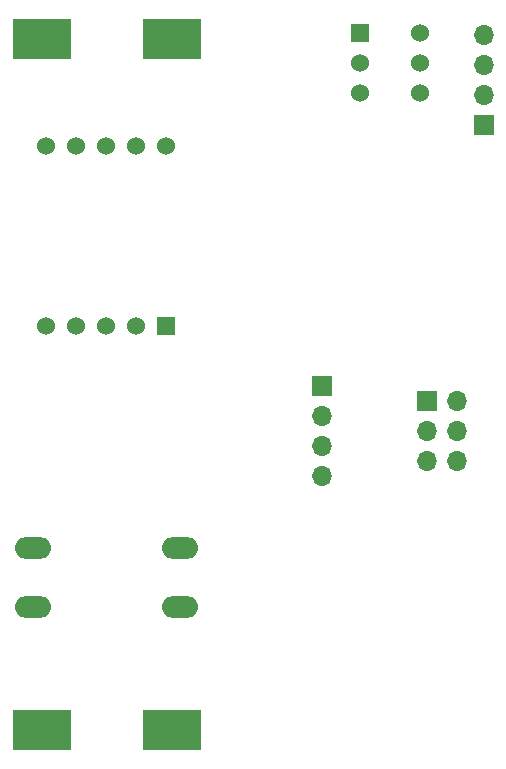
<source format=gbr>
%TF.GenerationSoftware,KiCad,Pcbnew,(6.0.11)*%
%TF.CreationDate,2024-12-29T21:24:03+02:00*%
%TF.ProjectId,LEDdice,4c454464-6963-4652-9e6b-696361645f70,rev?*%
%TF.SameCoordinates,Original*%
%TF.FileFunction,Soldermask,Bot*%
%TF.FilePolarity,Negative*%
%FSLAX46Y46*%
G04 Gerber Fmt 4.6, Leading zero omitted, Abs format (unit mm)*
G04 Created by KiCad (PCBNEW (6.0.11)) date 2024-12-29 21:24:03*
%MOMM*%
%LPD*%
G01*
G04 APERTURE LIST*
%ADD10O,1.700000X1.700000*%
%ADD11R,1.700000X1.700000*%
%ADD12R,1.524000X1.524000*%
%ADD13C,1.524000*%
%ADD14O,3.048000X1.850000*%
%ADD15R,5.000000X3.500000*%
G04 APERTURE END LIST*
D10*
%TO.C,J2*%
X204000000Y-54610000D03*
X204000000Y-57150000D03*
X204000000Y-59690000D03*
D11*
X204000000Y-62230000D03*
%TD*%
D12*
%TO.C,U3*%
X193468000Y-54460000D03*
D13*
X193468000Y-57000000D03*
X193468000Y-59540000D03*
X198548000Y-59540000D03*
X198548000Y-57000000D03*
X198548000Y-54460000D03*
%TD*%
D11*
%TO.C,J1*%
X199136000Y-85598000D03*
D10*
X201676000Y-85598000D03*
X199136000Y-88138000D03*
X201676000Y-88138000D03*
X199136000Y-90678000D03*
X201676000Y-90678000D03*
%TD*%
D14*
%TO.C,Generate Number SW2*%
X178260000Y-98000000D03*
X165760000Y-98000000D03*
X178260000Y-103000000D03*
X165760000Y-103000000D03*
%TD*%
D13*
%TO.C,U4*%
X177040000Y-64000000D03*
X174500000Y-64000000D03*
X171960000Y-64000000D03*
X169420000Y-64000000D03*
X166880000Y-64000000D03*
X166880000Y-79240000D03*
X169420000Y-79240000D03*
X171960000Y-79240000D03*
X174500000Y-79240000D03*
D12*
X177040000Y-79240000D03*
%TD*%
D15*
%TO.C,U2*%
X177512500Y-54950000D03*
X177512500Y-113450000D03*
X166512500Y-113450000D03*
X166512500Y-54950000D03*
%TD*%
D11*
%TO.C,J3*%
X190246000Y-84328000D03*
D10*
X190246000Y-86868000D03*
X190246000Y-89408000D03*
X190246000Y-91948000D03*
%TD*%
M02*

</source>
